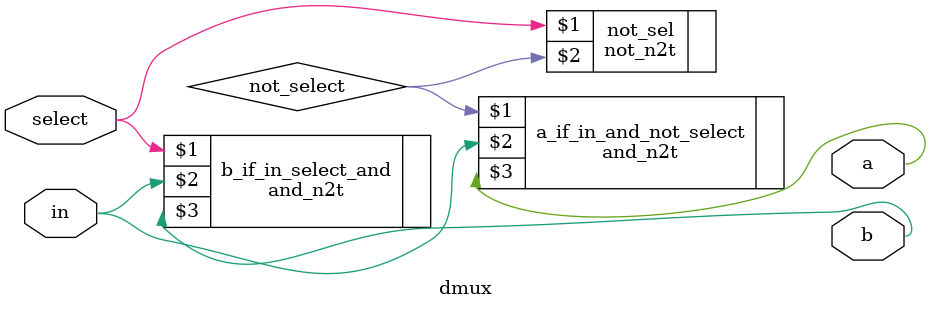
<source format=sv>
`ifndef and_n2t
  `include "and_n2t.sv"
`endif
`define dmux 1

module dmux(
    input  in,
    input  select,
    output a,
    output b
);

    and_n2t b_if_in_select_and(select, in, b);
    not_n2t not_sel(select, not_select);
    and_n2t a_if_in_and_not_select(not_select, in, a);

endmodule

</source>
